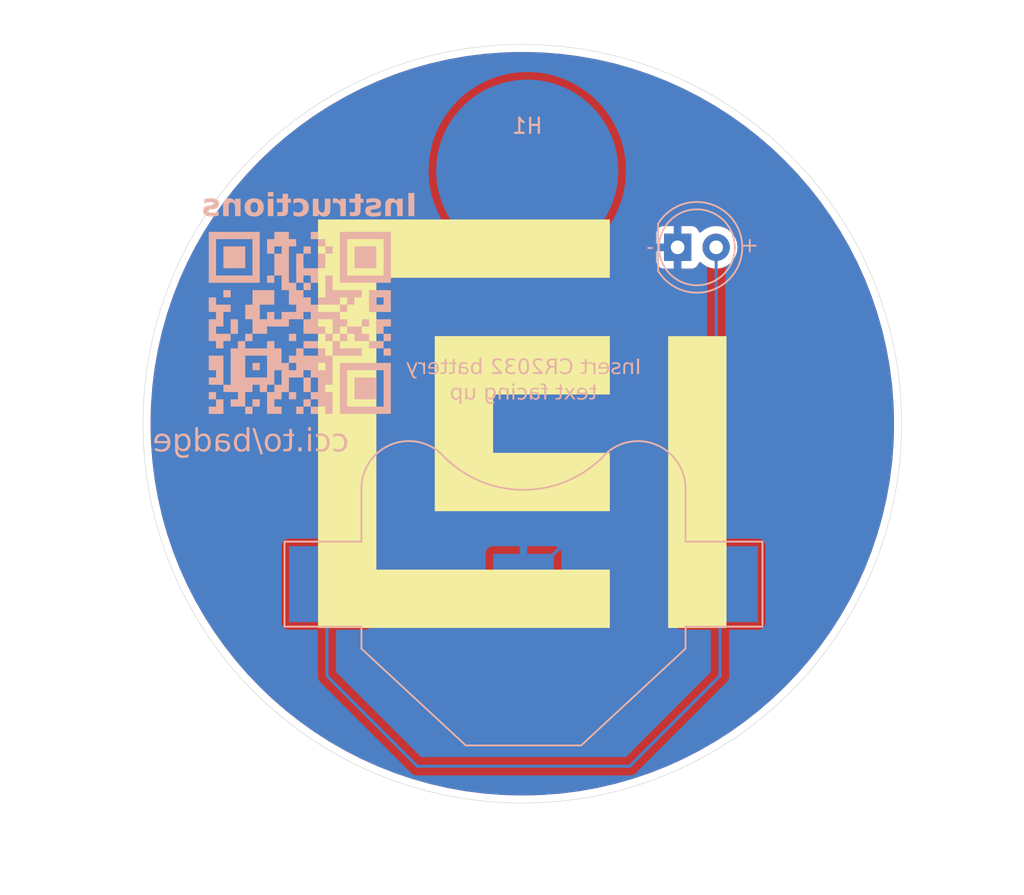
<source format=kicad_pcb>
(kicad_pcb (version 20241229) (generator "pcbnew") (generator_version "9.0")
  (title_block (title "Learn to Solder Badge") (rev "v1.0") (company "UAL Creative Computing Institute"))
  (layers (0 "F.Cu" signal) (2 "B.Cu" signal) (13 "F.Paste" user) (15 "B.Paste" user) (5 "F.SilkS" user "F.Silkscreen") (7 "B.SilkS" user "B.Silkscreen") (1 "F.Mask" user) (3 "B.Mask" user) (25 "Edge.Cuts" user))
  (net 0 "")
  (net 1 "GND")
  (net 2 "+3.3V")
  (footprint "LED_THT:LED_D5.0mm" (layer "F.Cu") (at 164.66 86.8)
    (property "Reference" "D1" (hide yes))
    (property "Value" "LED" (hide yes))
    (fp_line (start -1.29 -1.545) (end -1.29 1.545) (stroke (width 0.12)) (layer "B.SilkS"))
    (fp_arc (start -1.29 -1.54483) (mid 2.071779 -2.880495) (end 4.26 0) (stroke (width 0.12)) (layer "B.SilkS"))
    (fp_arc (start 4.26 0) (mid 2.071779 2.880495) (end -1.29 1.54483) (stroke (width 0.12)) (layer "B.SilkS"))
    (fp_circle (center 1.27 0) (end 3.77 0) (stroke (width 0.12)) (fill no) (layer "B.SilkS"))
    (pad "1" thru_hole rect (at 0 0) (size 1.8 1.8) (drill 0.9) (layers "*.Cu" "*.Mask") (net 1 "GND"))
    (pad "2" thru_hole circle (at 2.54 0) (size 1.8 1.8) (drill 0.9) (layers "*.Cu" "*.Mask") (net 2 "+3.3V"))
  )
  (footprint "MountingHole:MountingHole_2mm" (layer "B.Cu") (at 154.75 81.75 180)
    (property "Reference" "H1" (at 0 2.95 0) (layer "B.SilkS") (effects (justify mirror)))
    (property "Value" "MountingHole")
    (pad "" smd circle (at 0 0 180) (size 12 12) (layers "B.Cu" "B.Mask" "B.Paste"))
  )
  (footprint "Battery:Clean CR2032 Holder Footprint" (layer "B.Cu") (at 154.5 109 180)
    (property "Reference" "BT1" (hide yes))
    (property "Value" "Battery_Cell" (hide yes))
    (fp_line (start 15.75 2.8) (end 10.68 2.8) (stroke (width 0.12)) (layer "B.SilkS"))
    (fp_line (start 15.75 -2.8) (end 15.75 2.8) (stroke (width 0.12)) (layer "B.SilkS"))
    (fp_line (start 10.68 2.8) (end 10.68 6.35) (stroke (width 0.12)) (layer "B.SilkS"))
    (fp_line (start 10.68 -2.8) (end 15.75 -2.8) (stroke (width 0.12)) (layer "B.SilkS"))
    (fp_line (start 10.68 -2.8) (end 10.68 -4.25) (stroke (width 0.12)) (layer "B.SilkS"))
    (fp_line (start 10.68 -4.25) (end 3.8 -10.63) (stroke (width 0.12)) (layer "B.SilkS"))
    (fp_line (start 3.8 -10.63) (end -3.8 -10.63) (stroke (width 0.12)) (layer "B.SilkS"))
    (fp_line (start -10.68 2.8) (end -10.68 6.28) (stroke (width 0.12)) (layer "B.SilkS"))
    (fp_line (start -10.68 -2.8) (end -10.68 -4.25) (stroke (width 0.12)) (layer "B.SilkS"))
    (fp_line (start -10.68 -4.25) (end -3.8 -10.63) (stroke (width 0.12)) (layer "B.SilkS"))
    (fp_line (start -15.75 2.8) (end -10.68 2.8) (stroke (width 0.12)) (layer "B.SilkS"))
    (fp_line (start -15.75 -2.8) (end -10.68 -2.8) (stroke (width 0.12)) (layer "B.SilkS"))
    (fp_line (start -15.75 -2.8) (end -15.75 2.8) (stroke (width 0.12)) (layer "B.SilkS"))
    (fp_arc (start 10.68 6.3) (mid 8.734461 9.197232) (end 5.316452 8.492753) (stroke (width 0.12)) (layer "B.SilkS"))
    (fp_arc (start -5.169999 8.330001) (mid 0.096808 6.218103) (end 5.306422 8.467392) (stroke (width 0.12)) (layer "B.SilkS"))
    (fp_arc (start -5.180001 8.339999) (mid -8.637972 9.23169) (end -10.677058 6.3) (stroke (width 0.12)) (layer "B.SilkS"))
    (pad "1" smd rect (at -12.95 0 180) (size 5 5) (layers "B.Cu" "B.Mask" "B.Paste") (net 2 "+3.3V"))
    (pad "1" smd rect (at 12.95 0 180) (size 5 5) (layers "B.Cu" "B.Mask" "B.Paste") (net 2 "+3.3V"))
    (pad "2" smd rect (at 0 0 180) (size 4 4) (layers "B.Cu" "B.Mask" "B.Paste") (net 1 "GND"))
  )
  (gr_poly (pts (xy 160.190557 96.496473) (xy 160.190557 96.5) (xy 152.5 96.5) (xy 152.5 100.345279) (xy 160.190557 100.345279) (xy 160.190557 104.190555) (xy 148.651197 104.190555) (xy 148.651197 92.651196) (xy 160.190557 92.651196)) (fill yes) (layer "F.SilkS"))
  (gr_poly (pts (xy 167.881111 111.884636) (xy 164.035833 111.884636) (xy 164.035833 92.654721) (xy 167.881111 92.654721)) (fill yes) (layer "F.SilkS"))
  (gr_poly (pts (xy 160.190557 88.809443) (xy 144.805918 88.809443) (xy 144.805918 108.039358) (xy 160.190557 108.039358) (xy 160.190557 111.884636) (xy 140.960641 111.884636) (xy 140.960641 84.964165) (xy 160.190557 84.964165)) (fill yes) (layer "F.SilkS"))
  (gr_poly (pts (xy 142.402416 91.060667) (xy 142.882194 91.060667) (xy 142.882194 90.580889) (xy 142.402416 90.580889)) (fill yes) (layer "B.SilkS"))
  (gr_poly (pts (xy 142.402416 89.138029) (xy 144.801305 89.138029) (xy 145.76086 89.138029) (xy 145.76086 88.178473) (xy 145.281083 88.178473) (xy 145.281083 88.658251) (xy 142.882194 88.658251) (xy 142.882194 86.259362) (xy 145.281083 86.259362) (xy 145.281083 88.178473) (xy 145.76086 88.178473) (xy 145.76086 85.779585) (xy 142.402416 85.779585)) (fill yes) (layer "B.SilkS"))
  (gr_poly (pts (xy 139.040445 92.979778) (xy 139.520223 92.979778) (xy 139.520223 92.5) (xy 139.040445 92.5)) (fill yes) (layer "B.SilkS"))
  (gr_poly (pts (xy 145.281083 92.979778) (xy 145.76086 92.979778) (xy 145.76086 92.5) (xy 145.281083 92.5)) (fill yes) (layer "B.SilkS"))
  (gr_poly (pts (xy 138.08089 86.259362) (xy 137.601112 86.259362) (xy 137.601112 86.73914) (xy 137.601112 87.218918) (xy 138.08089 87.218918) (xy 138.08089 86.73914) (xy 138.560667 86.73914) (xy 138.560667 87.218918) (xy 138.08089 87.218918) (xy 138.08089 87.698696) (xy 138.08089 88.178473) (xy 138.08089 88.658251) (xy 138.560667 88.658251) (xy 138.560667 89.138029) (xy 138.560667 89.621334) (xy 139.040445 89.621334) (xy 139.040445 90.101111) (xy 139.040445 90.580889) (xy 139.520223 90.580889) (xy 139.520223 91.060666) (xy 139.040445 91.060666) (xy 138.560667 91.060666) (xy 138.560667 91.540445) (xy 138.08089 91.540445) (xy 138.08089 91.060666) (xy 137.601112 91.060666) (xy 137.601112 91.540445) (xy 137.121334 91.540445) (xy 137.121334 91.060666) (xy 137.121334 90.580889) (xy 137.601112 90.580889) (xy 138.08089 90.580889) (xy 138.08089 90.101111) (xy 138.08089 89.621334) (xy 137.601112 89.621334) (xy 137.121334 89.621334) (xy 136.641557 89.621334) (xy 136.641557 90.101111) (xy 136.641557 90.580889) (xy 136.16178 90.580889) (xy 136.16178 91.060666) (xy 136.16178 91.540445) (xy 136.641557 91.540445) (xy 136.641557 92.020222) (xy 136.641557 92.5) (xy 137.121334 92.5) (xy 137.601112 92.5) (xy 137.601112 92.020222) (xy 138.08089 92.020222) (xy 138.560667 92.020222) (xy 139.040445 92.020222) (xy 139.040445 91.540445) (xy 139.520223 91.540445) (xy 140 91.540445) (xy 140 92.020222) (xy 140 92.5) (xy 140.479779 92.5) (xy 140.959556 92.5) (xy 141.439334 92.5) (xy 141.439334 92.020222) (xy 140.959556 92.020222) (xy 140.959556 91.540445) (xy 140.479779 91.540445) (xy 140 91.540445) (xy 140 91.060666) (xy 140.479779 91.060666) (xy 140.479779 91.540445) (xy 140.959556 91.540445) (xy 141.439334 91.540445) (xy 141.919111 91.540445) (xy 141.919111 92.020222) (xy 141.919111 92.5) (xy 142.402416 92.5) (xy 142.402416 92.020222) (xy 142.882194 92.020222) (xy 142.882194 91.540445) (xy 142.402416 91.540445) (xy 142.402416 91.060666) (xy 141.919111 91.060666) (xy 141.439334 91.060666) (xy 140.959556 91.060666) (xy 140.959556 90.580889) (xy 140.479779 90.580889) (xy 140.479779 90.101111) (xy 140 90.101111) (xy 140 89.621334) (xy 139.520223 89.621334) (xy 139.520223 89.138029) (xy 139.040445 89.138029) (xy 139.040445 88.658251) (xy 139.040445 88.178473) (xy 139.040445 87.698696) (xy 139.040445 87.218918) (xy 139.040445 86.73914) (xy 139.520223 86.73914) (xy 139.520223 86.259362) (xy 139.040445 86.259362) (xy 139.040445 85.779585) (xy 138.560667 85.779585) (xy 138.08089 85.779585)) (fill yes) (layer "B.SilkS"))
  (gr_poly (pts (xy 140.479778 97.781082) (xy 140.959556 97.781082) (xy 140.959556 97.301304) (xy 140.479778 97.301304)) (fill yes) (layer "B.SilkS"))
  (gr_poly (pts (xy 145.281083 93.939333) (xy 145.76086 93.939333) (xy 145.76086 93.459555) (xy 145.281083 93.459555)) (fill yes) (layer "B.SilkS"))
  (gr_poly (pts (xy 144.801305 92.020222) (xy 144.801305 92.5) (xy 145.281083 92.5) (xy 145.281083 92.020222) (xy 145.76086 92.020222) (xy 145.76086 91.540445) (xy 145.281083 91.540445) (xy 144.801305 91.540445)) (fill yes) (layer "B.SilkS"))
  (gr_poly (pts (xy 142.402416 92.979778) (xy 142.882194 92.979778) (xy 142.882194 92.5) (xy 142.402416 92.5)) (fill yes) (layer "B.SilkS"))
  (gr_poly (pts (xy 133.759363 89.138029) (xy 137.117807 89.138029) (xy 137.117807 88.658251) (xy 136.63803 88.658251) (xy 134.239141 88.658251) (xy 134.239141 86.73914) (xy 134.239141 86.259362) (xy 136.63803 86.259362) (xy 136.63803 88.658251) (xy 137.117807 88.658251) (xy 137.117807 85.779585) (xy 134.239141 85.779585) (xy 133.759363 85.779585)) (fill yes) (layer "B.SilkS"))
  (gr_poly (pts (xy 139.520223 97.781082) (xy 140 97.781082) (xy 140 97.301304) (xy 139.520223 97.301304)) (fill yes) (layer "B.SilkS"))
  (gr_poly (pts (xy 143.361972 95.858443) (xy 143.361972 96.338221) (xy 143.361972 96.817999) (xy 143.841749 96.817999) (xy 144.321527 96.817999) (xy 144.801305 96.817999) (xy 144.801305 96.338221) (xy 144.801305 95.858443) (xy 144.801305 95.378665) (xy 144.321527 95.378665) (xy 143.841749 95.378665) (xy 143.361972 95.378665)) (fill yes) (layer "B.SilkS"))
  (gr_poly (pts (xy 140 97.297776) (xy 140.479779 97.297776) (xy 140.479779 96.817999) (xy 140 96.817999)) (fill yes) (layer "B.SilkS"))
  (gr_poly (pts (xy 142.402416 97.777554) (xy 145.76086 97.777554) (xy 145.76086 97.297775) (xy 145.281083 97.297775) (xy 142.882194 97.297775) (xy 142.882194 95.378665) (xy 142.882194 94.898888) (xy 145.281083 94.898888) (xy 145.281083 97.297775) (xy 145.76086 97.297775) (xy 145.76086 94.419111) (xy 143.361972 94.419111) (xy 143.361971 94.419111) (xy 142.402416 94.419111)) (fill yes) (layer "B.SilkS"))
  (gr_poly (pts (xy 143.841749 92.020222) (xy 144.321527 92.020222) (xy 144.321527 91.540445) (xy 143.841749 91.540445)) (fill yes) (layer "B.SilkS"))
  (gr_poly (pts (xy 141.439334 92.979778) (xy 141.919111 92.979778) (xy 141.919111 92.5) (xy 141.439334 92.5)) (fill yes) (layer "B.SilkS"))
  (gr_poly (pts (xy 133.759363 94.419111) (xy 133.759363 94.898888) (xy 134.239141 94.898888) (xy 134.239141 95.378665) (xy 133.759363 95.378665) (xy 133.759363 95.858443) (xy 134.239141 95.858443) (xy 134.722446 95.858443) (xy 134.722446 95.378665) (xy 134.722446 94.898888) (xy 134.722446 94.419111) (xy 134.722446 93.939333) (xy 134.239141 93.939333) (xy 133.759363 93.939333)) (fill yes) (layer "B.SilkS"))
  (gr_poly (pts (xy 141.919111 93.459555) (xy 141.919111 93.939333) (xy 142.402416 93.939333) (xy 142.882194 93.939333) (xy 143.361972 93.939333) (xy 143.841749 93.939333) (xy 143.841749 93.459555) (xy 143.361972 93.459555) (xy 142.882194 93.459555) (xy 142.402416 93.459555) (xy 142.402416 92.979778) (xy 141.919111 92.979778)) (fill yes) (layer "B.SilkS"))
  (gr_poly (pts (xy 134.722446 87.218918) (xy 134.722446 87.698696) (xy 134.722446 88.178473) (xy 135.202224 88.178473) (xy 135.682002 88.178473) (xy 136.16178 88.178473) (xy 136.16178 87.698696) (xy 136.16178 87.218918) (xy 136.16178 86.73914) (xy 135.682002 86.73914) (xy 135.202224 86.73914) (xy 134.722446 86.73914)) (fill yes) (layer "B.SilkS"))
  (gr_poly (pts (xy 140.959556 86.73914) (xy 141.439334 86.73914) (xy 141.439334 86.259362) (xy 140.959556 86.259362)) (fill yes) (layer "B.SilkS"))
  (gr_poly (pts (xy 142.882194 92.5) (xy 143.361972 92.5) (xy 143.361972 92.979778) (xy 143.841749 92.979778) (xy 144.321527 92.979778) (xy 144.321527 92.5) (xy 143.841749 92.5) (xy 143.841749 92.020222) (xy 143.361972 92.020222) (xy 142.882194 92.020222)) (fill yes) (layer "B.SilkS"))
  (gr_poly (pts (xy 141.439334 89.138029) (xy 141.439334 89.621334) (xy 141.439334 90.101111) (xy 140.959556 90.101111) (xy 140.959556 90.580889) (xy 141.439334 90.580889) (xy 141.919111 90.580889) (xy 142.402416 90.580889) (xy 142.402416 90.101111) (xy 142.882194 90.101111) (xy 142.882194 90.580889) (xy 143.361972 90.580889) (xy 143.361972 90.101111) (xy 143.841749 90.101111) (xy 143.841749 89.621334) (xy 143.361972 89.621334) (xy 142.882194 89.621334) (xy 142.402416 89.621334) (xy 141.919111 89.621334) (xy 141.919111 89.138029) (xy 141.919111 88.658251) (xy 141.439334 88.658251)) (fill yes) (layer "B.SilkS"))
  (gr_poly (pts (xy 136.16178 97.781082) (xy 136.641557 97.781082) (xy 136.641557 97.301304) (xy 136.16178 97.301304)) (fill yes) (layer "B.SilkS"))
  (gr_poly (pts (xy 140 89.617806) (xy 140.479779 89.617806) (xy 140.479779 89.138029) (xy 140 89.138029)) (fill yes) (layer "B.SilkS"))
  (gr_poly (pts (xy 137.601112 89.138029) (xy 138.08089 89.138029) (xy 138.08089 88.658251) (xy 137.601112 88.658251)) (fill yes) (layer "B.SilkS"))
  (gr_poly (pts (xy 140 95.858443) (xy 140 96.338221) (xy 140.479779 96.338221) (xy 140.479779 95.858443) (xy 140.479779 95.378665) (xy 140 95.378665)) (fill yes) (layer "B.SilkS"))
  (gr_poly (pts (xy 133.759363 96.817999) (xy 134.239141 96.817999) (xy 134.239141 96.338221) (xy 133.759363 96.338221)) (fill yes) (layer "B.SilkS"))
  (gr_poly (pts (xy 141.439334 87.218918) (xy 141.919111 87.218918) (xy 141.919111 86.73914) (xy 141.439334 86.73914)) (fill yes) (layer "B.SilkS"))
  (gr_poly (pts (xy 139.520223 87.698696) (xy 139.520223 88.178473) (xy 139.520223 88.658251) (xy 139.520223 89.138029) (xy 140 89.138029) (xy 140 88.658251) (xy 140.479779 88.658251) (xy 140.479779 89.138029) (xy 140.959556 89.138029) (xy 140.959556 88.658251) (xy 140.959556 88.178473) (xy 140.479779 88.178473) (xy 140 88.178473) (xy 140 87.698696) (xy 140 87.218918) (xy 139.520223 87.218918)) (fill yes) (layer "B.SilkS"))
  (gr_poly (pts (xy 135.202224 92.020222) (xy 135.202224 92.5) (xy 135.682002 92.5) (xy 135.682002 92.020222) (xy 135.682002 91.540445) (xy 135.202224 91.540445)) (fill yes) (layer "B.SilkS"))
  (gr_poly (pts (xy 144.321527 93.459555) (xy 144.801305 93.459555) (xy 145.281083 93.459555) (xy 145.281083 92.979778) (xy 144.801305 92.979778) (xy 144.321527 92.979778)) (fill yes) (layer "B.SilkS"))
  (gr_poly (pts (xy 143.361972 87.218918) (xy 143.361972 87.698696) (xy 143.361972 88.178473) (xy 143.841749 88.178473) (xy 144.321527 88.178473) (xy 144.801305 88.178473) (xy 144.801305 87.698696) (xy 144.801305 87.218918) (xy 144.801305 86.73914) (xy 144.321527 86.73914) (xy 143.841749 86.73914) (xy 143.361972 86.73914)) (fill yes) (layer "B.SilkS"))
  (gr_poly (pts (xy 134.722446 90.101111) (xy 135.202224 90.101111) (xy 135.202224 89.621334) (xy 134.722446 89.621334)) (fill yes) (layer "B.SilkS"))
  (gr_poly (pts (xy 140 87.218918) (xy 140.479779 87.218918) (xy 140.479779 86.73914) (xy 140 86.73914)) (fill yes) (layer "B.SilkS"))
  (gr_poly (pts (xy 136.641556 94.898889) (xy 137.121334 94.898889) (xy 137.121334 94.419111) (xy 136.641556 94.419111)) (fill yes) (layer "B.SilkS"))
  (gr_poly (pts (xy 140.959556 87.698696) (xy 140.959556 88.178473) (xy 141.439334 88.178473) (xy 141.439334 87.698696) (xy 141.439334 87.218918) (xy 140.959556 87.218918)) (fill yes) (layer "B.SilkS"))
  (gr_poly (pts (xy 136.641556 97.297776) (xy 137.121334 97.297776) (xy 137.121334 96.817999) (xy 136.641556 96.817999)) (fill yes) (layer "B.SilkS"))
  (gr_poly (pts (xy 140 93.459555) (xy 140.479779 93.459555) (xy 140.959556 93.459555) (xy 140.959556 92.979778) (xy 140.479779 92.979778) (xy 140 92.979778)) (fill yes) (layer "B.SilkS"))
  (gr_poly (pts (xy 144.321527 91.060666) (xy 144.801305 91.060666) (xy 145.76086 91.060666) (xy 145.76086 90.580889) (xy 145.281083 90.580889) (xy 144.801305 90.580889) (xy 144.801305 90.101111) (xy 145.281083 90.101111) (xy 145.281083 90.580889) (xy 145.76086 90.580889) (xy 145.76086 89.621334) (xy 144.321527 89.621334)) (fill yes) (layer "B.SilkS"))
  (gr_poly (pts (xy 140.479778 86.259362) (xy 140.959556 86.259362) (xy 140.959556 85.779585) (xy 140.479778 85.779585)) (fill yes) (layer "B.SilkS"))
  (gr_poly (pts (xy 136.16178 92.979778) (xy 136.641557 92.979778) (xy 136.641557 92.5) (xy 136.16178 92.5)) (fill yes) (layer "B.SilkS"))
  (gr_poly (pts (xy 137.601113 93.459555) (xy 136.16178 93.459555) (xy 136.16178 92.979778) (xy 135.682002 92.979778) (xy 135.682002 93.459555) (xy 135.202224 93.459555) (xy 135.202224 95.378665) (xy 135.202224 95.858443) (xy 134.722446 95.858443) (xy 134.722446 96.338221) (xy 135.682002 96.338221) (xy 135.682002 96.817999) (xy 135.202224 96.817999) (xy 135.202224 97.297776) (xy 136.16178 97.297776) (xy 136.16178 96.338221) (xy 136.641557 96.338221) (xy 136.641557 95.858443) (xy 137.121335 95.858443) (xy 137.121335 96.338221) (xy 137.601113 96.338221) (xy 137.601113 95.858443) (xy 138.080892 95.858443) (xy 138.080892 96.338221) (xy 137.601113 96.338221) (xy 137.601113 97.777554) (xy 138.560669 97.777554) (xy 138.560669 97.297776) (xy 138.080892 97.297776) (xy 138.080892 96.817999) (xy 138.560669 96.817999) (xy 138.560669 96.338221) (xy 139.040447 96.338221) (xy 139.040447 95.858443) (xy 138.560669 95.858443) (xy 138.080892 95.858443) (xy 138.080892 95.378665) (xy 137.601112 95.378665) (xy 137.121334 95.378665) (xy 136.16178 95.378665) (xy 136.16178 93.939332) (xy 137.601112 93.939332) (xy 137.601112 95.378665) (xy 138.080892 95.378665) (xy 138.080892 94.898888) (xy 138.560669 94.898888) (xy 138.560669 95.858443) (xy 139.040447 95.858443) (xy 139.040447 95.378665) (xy 140.000002 95.378665) (xy 140.000002 94.898888) (xy 140.47978 94.898888) (xy 140.47978 95.378665) (xy 140.959557 95.378665) (xy 140.959557 96.338221) (xy 140.47978 96.338221) (xy 140.47978 96.817999) (xy 140.959557 96.817999) (xy 140.959557 97.297776) (xy 141.439336 97.297776) (xy 141.439336 97.777554) (xy 141.919113 97.777554) (xy 141.919113 96.338221) (xy 141.439336 96.338221) (xy 141.439336 95.858443) (xy 141.919113 95.858443) (xy 141.919113 94.898888) (xy 141.439334 94.898888) (xy 140.959556 94.898888) (xy 140.959556 94.41911) (xy 141.439334 94.41911) (xy 141.439334 94.898888) (xy 141.919113 94.898888) (xy 141.919113 93.939333) (xy 141.439336 93.939333) (xy 141.439336 93.459555) (xy 140.959557 93.459555) (xy 140.959557 93.939333) (xy 140.000002 93.939333) (xy 140.000002 93.459555) (xy 139.520225 93.459555) (xy 139.520225 93.939333) (xy 139.040447 93.939333) (xy 139.040447 94.419111) (xy 139.520225 94.419111) (xy 139.520225 94.898889) (xy 139.040447 94.898889) (xy 139.040447 94.419111) (xy 138.560669 94.419111) (xy 138.560669 93.459555) (xy 138.080892 93.459555) (xy 138.080892 92.979778) (xy 137.601113 92.979778)) (fill yes) (layer "B.SilkS"))
  (gr_poly (pts (xy 139.040445 96.817999) (xy 139.520223 96.817999) (xy 139.520223 96.338221) (xy 139.040445 96.338221)) (fill yes) (layer "B.SilkS"))
  (gr_poly (pts (xy 133.759363 90.580889) (xy 133.759363 91.060666) (xy 134.239141 91.060666) (xy 134.239141 91.540445) (xy 133.759363 91.540445) (xy 133.759363 92.020222) (xy 133.759363 92.5) (xy 133.759363 92.979778) (xy 134.239141 92.979778) (xy 134.239141 93.459555) (xy 134.722446 93.459555) (xy 134.722446 92.979778) (xy 135.202224 92.979778) (xy 135.202224 92.5) (xy 134.722446 92.5) (xy 134.239141 92.5) (xy 134.239141 92.020222) (xy 134.722446 92.020222) (xy 134.722446 91.540445) (xy 134.722446 91.060666) (xy 135.202224 91.060666) (xy 135.202224 90.580889) (xy 134.722446 90.580889) (xy 134.239141 90.580889) (xy 134.239141 90.101111) (xy 133.759363 90.101111)) (fill yes) (layer "B.SilkS"))
  (gr_poly (pts (xy 134.239141 97.301304) (xy 133.759363 97.301304) (xy 133.759363 97.781082) (xy 134.239141 97.781082) (xy 134.722446 97.781082) (xy 134.722446 97.301304) (xy 134.722446 96.817999) (xy 134.239141 96.817999)) (fill yes) (layer "B.SilkS"))
  (gr_poly (pts (xy 155.709207 73.457337) (xy 156.978885 73.553884) (xy 158.230102 73.712877) (xy 159.461287 73.932744) (xy 160.670871 74.211914) (xy 161.857281 74.548817) (xy 163.018947 74.941881) (xy 164.154299 75.389536) (xy 165.261765 75.890211) (xy 166.339774 76.442334) (xy 167.386756 77.044336) (xy 168.40114 77.694645) (xy 169.381354 78.39169) (xy 170.325828 79.1339) (xy 171.232991 79.919705) (xy 172.101273 80.747534) (xy 172.929101 81.615815) (xy 173.714906 82.522979) (xy 174.457117 83.467453) (xy 175.154162 84.447667) (xy 175.804471 85.462051) (xy 176.406472 86.509032) (xy 176.958596 87.587042) (xy 177.45927 88.694508) (xy 177.906925 89.829859) (xy 178.29999 90.991526) (xy 178.636892 92.177936) (xy 178.916062 93.387519) (xy 179.135929 94.618705) (xy 179.294922 95.869922) (xy 179.39147 97.139599) (xy 179.424001 98.426166) (xy 179.39147 99.712732) (xy 179.294922 100.98241) (xy 179.135929 102.233627) (xy 178.916062 103.464812) (xy 178.636892 104.674396) (xy 178.29999 105.860806) (xy 177.906925 107.022472) (xy 177.45927 108.157824) (xy 176.958596 109.26529) (xy 176.406472 110.343299) (xy 175.804471 111.390281) (xy 175.154162 112.404665) (xy 174.457117 113.384879) (xy 173.714906 114.329353) (xy 172.929101 115.236516) (xy 172.101273 116.104798) (xy 171.232991 116.932626) (xy 170.325828 117.718431) (xy 169.381354 118.460642) (xy 168.40114 119.157687) (xy 167.386756 119.807996) (xy 166.339774 120.409997) (xy 165.261765 120.962121) (xy 164.154299 121.462795) (xy 163.018947 121.91045) (xy 161.857281 122.303515) (xy 160.670871 122.640417) (xy 159.461287 122.919587) (xy 158.230102 123.139454) (xy 156.978885 123.298447) (xy 155.709207 123.394995) (xy 154.422641 123.427526) (xy 153.136074 123.394995) (xy 151.866397 123.298447) (xy 150.61518 123.139454) (xy 149.383994 122.919587) (xy 148.174411 122.640417) (xy 146.988001 122.303515) (xy 145.826334 121.91045) (xy 144.690983 121.462795) (xy 143.583517 120.962121) (xy 142.505507 120.409997) (xy 141.458526 119.807996) (xy 140.444142 119.157687) (xy 139.463928 118.460642) (xy 138.519454 117.718431) (xy 137.61229 116.932626) (xy 136.744009 116.104798) (xy 135.91618 115.236516) (xy 135.130375 114.329353) (xy 134.388165 113.384879) (xy 133.69112 112.404665) (xy 133.040811 111.390281) (xy 132.438809 110.343299) (xy 131.886686 109.26529) (xy 131.386011 108.157824) (xy 130.938356 107.022472) (xy 130.545292 105.860806) (xy 130.208389 104.674396) (xy 129.929219 103.464812) (xy 129.709352 102.233627) (xy 129.550359 100.98241) (xy 129.453812 99.712732) (xy 129.42128 98.426166) (xy 129.453812 97.139599) (xy 129.550359 95.869922) (xy 129.709352 94.618705) (xy 129.929219 93.387519) (xy 130.208389 92.177936) (xy 130.545292 90.991526) (xy 130.938356 89.829859) (xy 131.386011 88.694508) (xy 131.886686 87.587042) (xy 132.438809 86.509032) (xy 133.040811 85.462051) (xy 133.69112 84.447667) (xy 134.388165 83.467453) (xy 135.130375 82.522979) (xy 135.91618 81.615815) (xy 136.744009 80.747534) (xy 137.61229 79.919705) (xy 138.519454 79.1339) (xy 139.463928 78.39169) (xy 140.444142 77.694645) (xy 141.458526 77.044336) (xy 142.505507 76.442334) (xy 143.583517 75.890211) (xy 144.690983 75.389536) (xy 145.826334 74.941881) (xy 146.988001 74.548817) (xy 148.174411 74.211914) (xy 149.383994 73.932744) (xy 150.61518 73.712877) (xy 151.866397 73.553884) (xy 153.136074 73.457337) (xy 154.422641 73.424805)) (stroke (width 0.035277) (color 229 36 33 1)) (fill no) (layer "Edge.Cuts"))
  (gr_text "+" (at 170 87.3 0) (layer "B.SilkS") (effects (font (size 1 1) (thickness 0.1)) (justify left bottom mirror)))
  (gr_text "Insert CR2032 battery\ntext facing up" (at 154.5 97 0) (layer "B.SilkS") (effects (font (size 1 1) (thickness 0.125)) (justify bottom mirror)))
  (gr_text "-" (at 163.1 87.4 0) (layer "B.SilkS") (effects (font (size 1 1) (thickness 0.1)) (justify left bottom mirror)))
  (gr_text "cci.to/badge" (at 143 100.5 0) (layer "B.SilkS") (effects (font (size 1.5 1.5) (thickness 0.1875)) (justify left bottom mirror)))
  (gr_text "Instructions" (at 147.5 85 0) (layer "B.SilkS") (effects (font (size 1.5 1.5) (thickness 0.3) (bold yes)) (justify left bottom mirror)))
  (segment (start 154.5 108.5) (end 154.5 109) (width 0.2) (layer "B.Cu") (net 1))
  (segment (start 164.66 86.8) (end 164.66 98.84) (width 0.2) (layer "B.Cu") (net 1))
  (segment (start 164.66 98.84) (end 154.5 109) (width 0.2) (layer "B.Cu") (net 1))
  (segment (start 167.2 86.8) (end 167.2 108.75) (width 0.2) (layer "B.Cu") (net 2))
  (segment (start 167.45 109) (end 167.45 115.05) (width 0.2) (layer "B.Cu") (net 2))
  (segment (start 167.45 87.41) (end 167.04 87) (width 0.2) (layer "B.Cu") (net 2))
  (segment (start 141.55 115.05) (end 141.55 109) (width 0.2) (layer "B.Cu") (net 2))
  (segment (start 161.5 121) (end 147.5 121) (width 0.2) (layer "B.Cu") (net 2))
  (segment (start 147.5 121) (end 141.55 115.05) (width 0.2) (layer "B.Cu") (net 2))
  (segment (start 141.55 109) (end 143.851 111.301) (width 0.2) (layer "B.Cu") (net 2))
  (segment (start 167.45 115.05) (end 161.5 121) (width 0.2) (layer "B.Cu") (net 2))
  (segment (start 167.2 108.75) (end 167.45 109) (width 0.2) (layer "B.Cu") (net 2))
  (segment (start 165.149 111.301) (end 167.45 109) (width 0.2) (layer "B.Cu") (net 2))
  (zone (net 1) (net_name "GND") (layers "F.Cu" "B.Cu") (connect_pads (clearance 0.5)) (min_thickness 0.25) (fill yes (thermal_gap 0.5) (thermal_bridge_width 0.5))
    (polygon (pts (xy 120 70.5) (xy 186.5 70.5) (xy 187.5 128) (xy 120 129.5)))
  )
)
</source>
